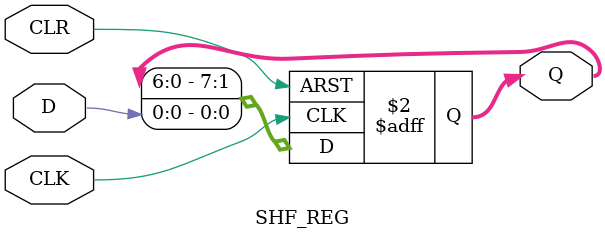
<source format=v>
module SHF_REG(
  input             CLK,
  input             CLR,
  input             D,
  output reg [7:0]  Q
);

always @(posedge CLK or posedge CLR)
  if(CLR)
    Q <= 8'd0;
  else
    Q <= {Q[6:0],D};

endmodule

//zadania:
//1 uzale¿niæ rejestr od CE
//2 napisac tb + symulacja
//3 implementacja
//4 krazaca '1'
</source>
